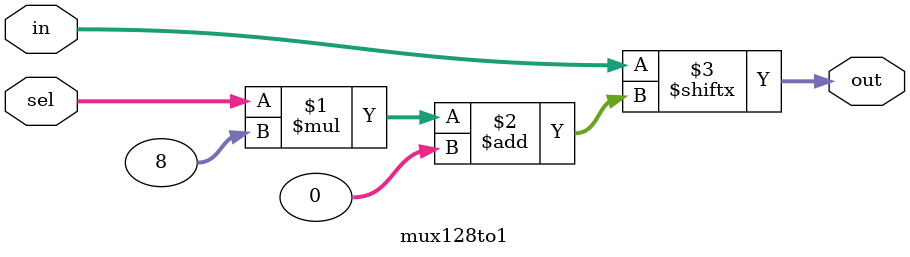
<source format=v>
module mux128to1 #(
    parameter w = 8
) (
    input [w*128-1:0] in,
    input [6:0] sel,
    output [w-1:0] out
);

    assign out = in[sel*w+:w];

endmodule

</source>
